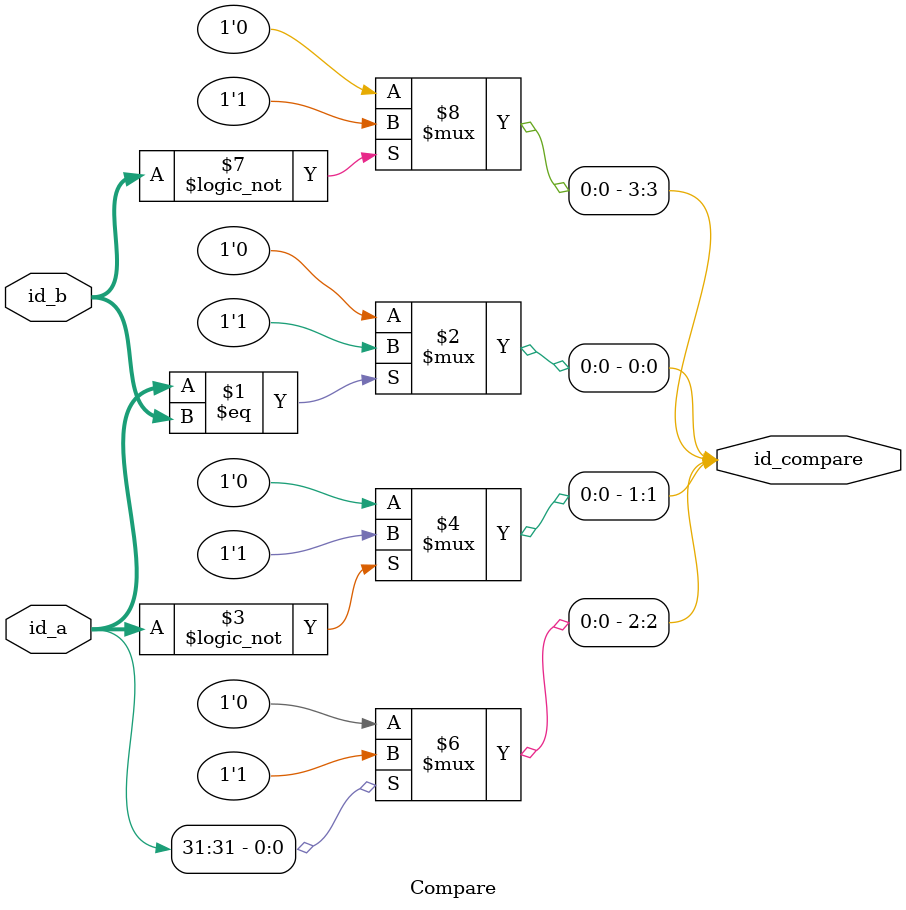
<source format=v>
module Compare(
	input [31:0]id_a,
	input [31:0]id_b,
	output [3:0]id_compare
);

	assign id_compare[0] = (id_a==id_b) ? 1'b1 : 1'b0;
	assign id_compare[1] = (id_a==32'd0) ? 1'b1 : 1'b0;
	assign id_compare[2] = (id_a[31]==1'b1) ? 1'b1 : 1'b0;
	assign id_compare[3] = (id_b == 0) ? 1'b1 : 1'b0;
	
endmodule
</source>
